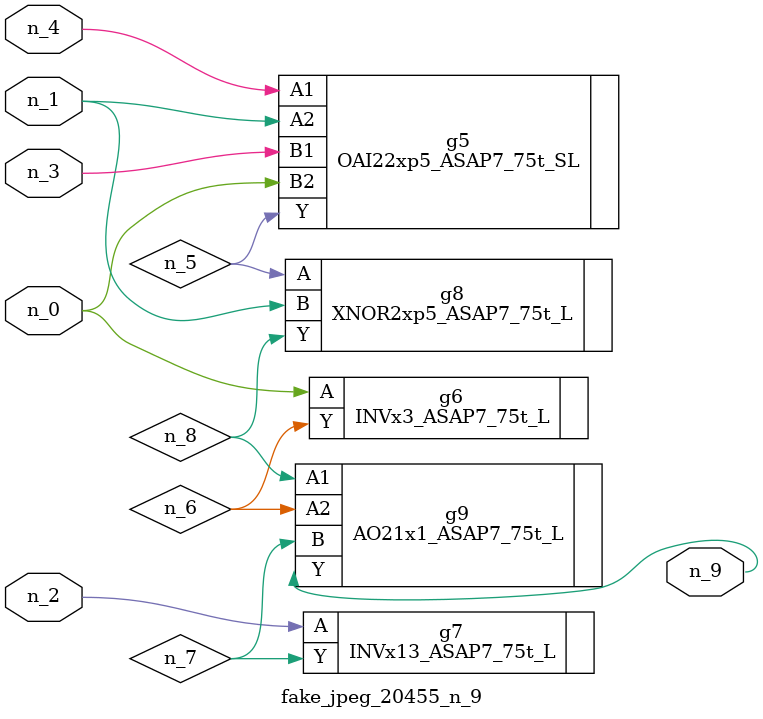
<source format=v>
module fake_jpeg_20455_n_9 (n_3, n_2, n_1, n_0, n_4, n_9);

input n_3;
input n_2;
input n_1;
input n_0;
input n_4;

output n_9;

wire n_8;
wire n_6;
wire n_5;
wire n_7;

OAI22xp5_ASAP7_75t_SL g5 ( 
.A1(n_4),
.A2(n_1),
.B1(n_3),
.B2(n_0),
.Y(n_5)
);

INVx3_ASAP7_75t_L g6 ( 
.A(n_0),
.Y(n_6)
);

INVx13_ASAP7_75t_L g7 ( 
.A(n_2),
.Y(n_7)
);

XNOR2xp5_ASAP7_75t_L g8 ( 
.A(n_5),
.B(n_1),
.Y(n_8)
);

AO21x1_ASAP7_75t_L g9 ( 
.A1(n_8),
.A2(n_6),
.B(n_7),
.Y(n_9)
);


endmodule
</source>
